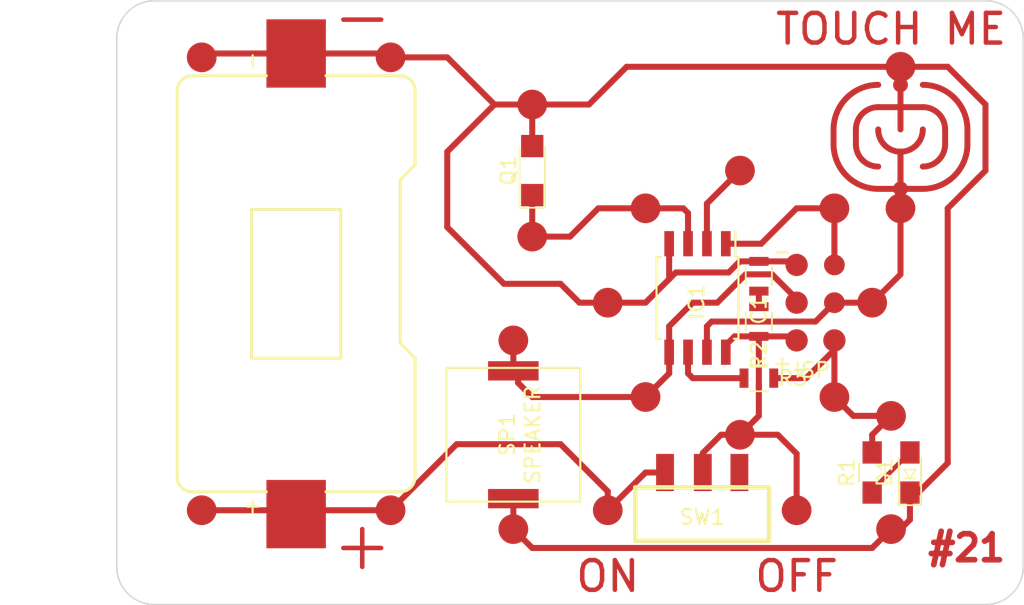
<source format=kicad_pcb>
(kicad_pcb (version 4) (host pcbnew 4.0.2+dfsg1-stable)

  (general
    (links 46)
    (no_connects 3)
    (area 127.838999 58.877999 188.899001 99.618001)
    (thickness 1.6)
    (drawings 20)
    (tracks 134)
    (zones 0)
    (modules 34)
    (nets 12)
  )

  (page USLetter)
  (layers
    (0 F.Cu signal)
    (31 B.Cu signal)
    (32 B.Adhes user)
    (33 F.Adhes user)
    (34 B.Paste user)
    (35 F.Paste user)
    (36 B.SilkS user)
    (37 F.SilkS user)
    (38 B.Mask user)
    (39 F.Mask user)
    (40 Dwgs.User user)
    (41 Cmts.User user)
    (42 Eco1.User user)
    (43 Eco2.User user)
    (44 Edge.Cuts user)
    (45 Margin user)
    (46 B.CrtYd user)
    (47 F.CrtYd user)
    (48 B.Fab user)
    (49 F.Fab user)
  )

  (setup
    (last_trace_width 0.25)
    (user_trace_width 0.254)
    (user_trace_width 0.3048)
    (user_trace_width 0.3556)
    (user_trace_width 0.4064)
    (user_trace_width 0.6096)
    (trace_clearance 0.2)
    (zone_clearance 0.508)
    (zone_45_only no)
    (trace_min 0.2)
    (segment_width 0.2)
    (edge_width 0.1)
    (via_size 0.6)
    (via_drill 0.4)
    (via_min_size 0.4)
    (via_min_drill 0.3)
    (uvia_size 0.3)
    (uvia_drill 0.1)
    (uvias_allowed no)
    (uvia_min_size 0.2)
    (uvia_min_drill 0.1)
    (pcb_text_width 0.3)
    (pcb_text_size 1.27 1.27)
    (mod_edge_width 0.15)
    (mod_text_size 1.016 1.016)
    (mod_text_width 0.127)
    (pad_size 1.5 1.5)
    (pad_drill 0)
    (pad_to_mask_clearance 0)
    (aux_axis_origin 111.76 109.855)
    (grid_origin 0.889 0.508)
    (visible_elements 7FFFFFFF)
    (pcbplotparams
      (layerselection 0x010a0_00000001)
      (usegerberextensions true)
      (excludeedgelayer true)
      (linewidth 0.100000)
      (plotframeref false)
      (viasonmask false)
      (mode 1)
      (useauxorigin false)
      (hpglpennumber 1)
      (hpglpenspeed 20)
      (hpglpendiameter 15)
      (hpglpenoverlay 2)
      (psnegative false)
      (psa4output false)
      (plotreference true)
      (plotvalue true)
      (plotinvisibletext false)
      (padsonsilk false)
      (subtractmaskfromsilk false)
      (outputformat 1)
      (mirror false)
      (drillshape 0)
      (scaleselection 1)
      (outputdirectory gerbers/))
  )

  (net 0 "")
  (net 1 GND)
  (net 2 +BATT)
  (net 3 /RST)
  (net 4 /D3)
  (net 5 /D4)
  (net 6 "Net-(D1-Pad2)")
  (net 7 /D1)
  (net 8 /D2)
  (net 9 /D0)
  (net 10 "Net-(BT1-Pad1)")
  (net 11 "Net-(SW1-Pad3)")

  (net_class Default "This is the default net class."
    (clearance 0.2)
    (trace_width 0.25)
    (via_dia 0.6)
    (via_drill 0.4)
    (uvia_dia 0.3)
    (uvia_drill 0.1)
    (add_net +BATT)
    (add_net /D0)
    (add_net /D1)
    (add_net /D2)
    (add_net /D3)
    (add_net /D4)
    (add_net /RST)
    (add_net GND)
    (add_net "Net-(BT1-Pad1)")
    (add_net "Net-(D1-Pad2)")
    (add_net "Net-(SW1-Pad3)")
  )

  (module footprints:SPST_SMD (layer F.Cu) (tedit 5C93C1B7) (tstamp 5C9D2EB1)
    (at 167.259 90.678)
    (descr "Through hole pin header")
    (tags "pin header")
    (path /5C9D935E)
    (fp_text reference SW1 (at 0 3) (layer F.SilkS)
      (effects (font (size 1 1) (thickness 0.15)))
    )
    (fp_text value SW_SPDT (at 0.1 0) (layer F.Fab)
      (effects (font (size 1 1) (thickness 0.15)))
    )
    (fp_line (start -4.5 4.6) (end 4.5 4.6) (layer F.SilkS) (width 0.3048))
    (fp_line (start 4.5 1) (end 4.5 4.6) (layer F.SilkS) (width 0.3048))
    (fp_line (start -4.5 1) (end -4.5 4.6) (layer F.SilkS) (width 0.3048))
    (fp_line (start -4.5 1) (end 4.5 1) (layer F.SilkS) (width 0.3048))
    (fp_text user JS102011SAQN (at 0 1.7) (layer F.Fab)
      (effects (font (size 0.8 0.8) (thickness 0.1)))
    )
    (pad "" np_thru_hole circle (at 3.4 2.75) (size 0.9 0.9) (drill 0.9) (layers *.Cu *.Mask))
    (pad 1 smd rect (at -2.5 0) (size 1.2 2.5) (layers F.Cu F.Paste F.Mask)
      (net 10 "Net-(BT1-Pad1)"))
    (pad 2 smd rect (at 0.04 0) (size 1.2 2.5) (layers F.Cu F.Paste F.Mask)
      (net 2 +BATT))
    (pad 3 smd rect (at 2.5 0) (size 1.2 2.5) (layers F.Cu F.Paste F.Mask)
      (net 11 "Net-(SW1-Pad3)"))
    (pad "" np_thru_hole circle (at -3.4 2.75) (size 0.9 0.9) (drill 0.9) (layers *.Cu *.Mask))
  )

  (module footprints:SewPad (layer F.Cu) (tedit 5C9A7292) (tstamp 5C9D2EF9)
    (at 133.604 93.218)
    (descr "Through hole angled pin header, 1x01, 1.00mm pitch, 2.0mm pin length, single row")
    (tags "Through hole angled pin header THT 1x01 1.00mm single row")
    (path /5C9A7C13)
    (fp_text reference JB1 (at 0 -0.25) (layer F.SilkS) hide
      (effects (font (size 0.5 0.5) (thickness 0.125)))
    )
    (fp_text value PAD (at 0 0.5) (layer F.Fab)
      (effects (font (size 0.6 0.6) (thickness 0.15)))
    )
    (pad 1 smd circle (at 0 0) (size 2 2) (layers F.Cu F.Mask)
      (net 10 "Net-(BT1-Pad1)"))
    (model ${KISYS3DMOD}/Pin_Headers.3dshapes/Pin_Header_Angled_1x01_Pitch1.00mm.wrl
      (at (xyz 0 0 0))
      (scale (xyz 1 1 1))
      (rotate (xyz 0 0 0))
    )
  )

  (module myFootPrints:SW_SMD_TOUCH (layer F.Cu) (tedit 5C9BABF6) (tstamp 5A94E024)
    (at 180.594 69.088)
    (path /5A7D01B3)
    (fp_text reference J1 (at 0.127 4.572) (layer F.SilkS) hide
      (effects (font (size 1.016 1.016) (thickness 0.2032)))
    )
    (fp_text value TOUCH (at 0.254 -4.572) (layer F.SilkS) hide
      (effects (font (size 1.016 1.016) (thickness 0.254)))
    )
    (fp_line (start 0 -1.5) (end 0 -4.5) (layer F.Cu) (width 0.4))
    (fp_line (start 0 2.5) (end 0 0) (layer F.Cu) (width 0.4))
    (fp_line (start -1.5 2.5) (end 1.5 2.5) (layer F.Cu) (width 0.4))
    (fp_line (start -4.5 -0.5) (end -4.5 -1.5) (layer F.Cu) (width 0.4))
    (fp_line (start 4.5 -0.5) (end 4.5 -1.5) (layer F.Cu) (width 0.4))
    (fp_arc (start -1.5 -1.5) (end -4.5 -1.5) (angle 90) (layer F.Cu) (width 0.4))
    (fp_arc (start -1.5 -0.5) (end -1.5 2.5) (angle 90) (layer F.Cu) (width 0.4))
    (fp_arc (start 1.5 -1.5) (end 1.5 -4.5) (angle 90) (layer F.Cu) (width 0.4))
    (fp_arc (start 1.5 -0.5) (end 4.5 -0.5) (angle 90) (layer F.Cu) (width 0.4))
    (fp_line (start 3 -1.5) (end 3 -0.5) (layer F.Cu) (width 0.4))
    (fp_line (start -3 -1.5) (end -3 -0.5) (layer F.Cu) (width 0.4))
    (fp_arc (start -1.5 -0.5) (end -1.5 1) (angle 90) (layer F.Cu) (width 0.4))
    (fp_arc (start 1.5 -0.5) (end 3 -0.5) (angle 90) (layer F.Cu) (width 0.4))
    (fp_line (start -1.5 -3) (end 1.5 -3) (layer F.Cu) (width 0.4))
    (fp_arc (start 0 -1.5) (end 0 0) (angle 90) (layer F.Cu) (width 0.4))
    (fp_arc (start 0 -1.5) (end 1.5 -1.5) (angle 90) (layer F.Cu) (width 0.4))
    (fp_arc (start 1.5 -1.5) (end 1.5 -3) (angle 90) (layer F.Cu) (width 0.4))
    (fp_arc (start -1.5 -1.5) (end -3 -1.5) (angle 90) (layer F.Cu) (width 0.4))
    (pad 2 smd circle (at 0 2.5) (size 1 1) (layers F.Cu)
      (net 8 /D2))
    (pad 1 smd circle (at 0 -4.5) (size 1 1) (layers F.Cu)
      (net 1 GND))
  )

  (module footprints:SewPad (layer F.Cu) (tedit 5C9A7292) (tstamp 5C9A863A)
    (at 146.304 93.218)
    (descr "Through hole angled pin header, 1x01, 1.00mm pitch, 2.0mm pin length, single row")
    (tags "Through hole angled pin header THT 1x01 1.00mm single row")
    (path /5C9A7C13)
    (fp_text reference JB1 (at 0 -0.25) (layer F.SilkS) hide
      (effects (font (size 0.5 0.5) (thickness 0.125)))
    )
    (fp_text value PAD (at 0 0.5) (layer F.Fab)
      (effects (font (size 0.6 0.6) (thickness 0.15)))
    )
    (pad 1 smd circle (at 0 0) (size 2 2) (layers F.Cu F.Mask)
      (net 10 "Net-(BT1-Pad1)"))
    (model ${KISYS3DMOD}/Pin_Headers.3dshapes/Pin_Header_Angled_1x01_Pitch1.00mm.wrl
      (at (xyz 0 0 0))
      (scale (xyz 1 1 1))
      (rotate (xyz 0 0 0))
    )
  )

  (module footprints:SewPad (layer F.Cu) (tedit 5C9A7292) (tstamp 5C9A860B)
    (at 133.604 62.738)
    (descr "Through hole angled pin header, 1x01, 1.00mm pitch, 2.0mm pin length, single row")
    (tags "Through hole angled pin header THT 1x01 1.00mm single row")
    (path /5C9A7CEA)
    (fp_text reference JB2 (at 0 -0.25) (layer F.SilkS) hide
      (effects (font (size 0.5 0.5) (thickness 0.125)))
    )
    (fp_text value PAD (at 0 0.5) (layer F.Fab)
      (effects (font (size 0.6 0.6) (thickness 0.15)))
    )
    (pad 1 smd circle (at 0 0) (size 2 2) (layers F.Cu F.Mask)
      (net 1 GND))
    (model ${KISYS3DMOD}/Pin_Headers.3dshapes/Pin_Header_Angled_1x01_Pitch1.00mm.wrl
      (at (xyz 0 0 0))
      (scale (xyz 1 1 1))
      (rotate (xyz 0 0 0))
    )
  )

  (module footprints:Pin_Header_Straight_2x03_Pitch2.54mm (layer F.Cu) (tedit 5C9B8E35) (tstamp 5A7BED43)
    (at 176.149 81.788 180)
    (descr "Through hole straight pin header, 2x03, 2.54mm pitch, double rows")
    (tags "Through hole pin header THT 2x03 2.54mm double row")
    (path /561A9A26)
    (fp_text reference CON1 (at 1.2 2.5 270) (layer F.SilkS) hide
      (effects (font (size 1 1) (thickness 0.15)))
    )
    (fp_text value ISP (at 1.5 -2 180) (layer F.SilkS)
      (effects (font (size 1 1) (thickness 0.15)))
    )
    (fp_text user - (at 3.5 6 180) (layer F.SilkS)
      (effects (font (size 1 1) (thickness 0.15)))
    )
    (fp_text user + (at 3.5 -1.5 180) (layer F.SilkS)
      (effects (font (size 1 1) (thickness 0.15)))
    )
    (fp_line (start 0 -1.27) (end 3.81 -1.27) (layer F.Fab) (width 0.1))
    (fp_line (start 3.81 -1.27) (end 3.81 6.35) (layer F.Fab) (width 0.1))
    (fp_line (start 3.81 6.35) (end -1.27 6.35) (layer F.Fab) (width 0.1))
    (fp_line (start -1.27 6.35) (end -1.27 0) (layer F.Fab) (width 0.1))
    (fp_line (start -1.27 0) (end 0 -1.27) (layer F.Fab) (width 0.1))
    (fp_line (start -1.8 -1.8) (end -1.8 6.85) (layer F.CrtYd) (width 0.05))
    (fp_line (start -1.8 6.85) (end 4.35 6.85) (layer F.CrtYd) (width 0.05))
    (fp_line (start 4.35 6.85) (end 4.35 -1.8) (layer F.CrtYd) (width 0.05))
    (fp_line (start 4.35 -1.8) (end -1.8 -1.8) (layer F.CrtYd) (width 0.05))
    (fp_text user %R (at 1.27 2.54 270) (layer F.Fab)
      (effects (font (size 1 1) (thickness 0.15)))
    )
    (pad 1 smd circle (at 0 0 180) (size 1.5 1.5) (layers F.Cu)
      (net 7 /D1))
    (pad 2 smd oval (at 2.54 0 180) (size 1.5 1.5) (layers F.Cu)
      (net 2 +BATT))
    (pad 3 smd circle (at 0 2.54 180) (size 1.4 1.4) (layers F.Cu)
      (net 8 /D2))
    (pad 4 smd oval (at 2.54 2.54 180) (size 1.5 1.5) (layers F.Cu)
      (net 9 /D0))
    (pad 5 smd circle (at 0 5.08 180) (size 1.4 1.4) (layers F.Cu)
      (net 3 /RST))
    (pad 6 smd circle (at 2.54 5.08 180) (size 1.5 1.5) (layers F.Cu)
      (net 1 GND))
  )

  (module Resistors_SMD:R_0805 (layer F.Cu) (tedit 5C9A81B7) (tstamp 5C9A81AC)
    (at 171.069 77.47 270)
    (descr "Resistor SMD 0805, reflow soldering, Vishay (see dcrcw.pdf)")
    (tags "resistor 0805")
    (path /553FDF53)
    (attr smd)
    (fp_text reference C1 (at 2.286 0 270) (layer F.SilkS)
      (effects (font (size 1 1) (thickness 0.15)))
    )
    (fp_text value "0.1 uF" (at 0 1.75 270) (layer F.Fab)
      (effects (font (size 1 1) (thickness 0.15)))
    )
    (fp_text user %R (at 0 0 270) (layer F.Fab)
      (effects (font (size 0.5 0.5) (thickness 0.075)))
    )
    (fp_line (start -1 0.62) (end -1 -0.62) (layer F.Fab) (width 0.1))
    (fp_line (start 1 0.62) (end -1 0.62) (layer F.Fab) (width 0.1))
    (fp_line (start 1 -0.62) (end 1 0.62) (layer F.Fab) (width 0.1))
    (fp_line (start -1 -0.62) (end 1 -0.62) (layer F.Fab) (width 0.1))
    (fp_line (start 0.6 0.88) (end -0.6 0.88) (layer F.SilkS) (width 0.12))
    (fp_line (start -0.6 -0.88) (end 0.6 -0.88) (layer F.SilkS) (width 0.12))
    (fp_line (start -1.55 -0.9) (end 1.55 -0.9) (layer F.CrtYd) (width 0.05))
    (fp_line (start -1.55 -0.9) (end -1.55 0.9) (layer F.CrtYd) (width 0.05))
    (fp_line (start 1.55 0.9) (end 1.55 -0.9) (layer F.CrtYd) (width 0.05))
    (fp_line (start 1.55 0.9) (end -1.55 0.9) (layer F.CrtYd) (width 0.05))
    (pad 1 smd rect (at -1 0 270) (size 0.6 1.3) (layers F.Cu F.Paste F.Mask)
      (net 1 GND))
    (pad 2 smd rect (at 1 0 270) (size 0.6 1.3) (layers F.Cu F.Paste F.Mask)
      (net 2 +BATT))
    (model ${KISYS3DMOD}/Resistors_SMD.3dshapes/R_0805.wrl
      (at (xyz 0 0 0))
      (scale (xyz 1 1 1))
      (rotate (xyz 0 0 0))
    )
  )

  (module Resistors_SMD:R_0805 (layer F.Cu) (tedit 5C99664C) (tstamp 5C9A7BCD)
    (at 171.069 80.518 270)
    (descr "Resistor SMD 0805, reflow soldering, Vishay (see dcrcw.pdf)")
    (tags "resistor 0805")
    (path /5C9B9776)
    (attr smd)
    (fp_text reference R2 (at 2.286 0 270) (layer F.SilkS)
      (effects (font (size 1 1) (thickness 0.15)))
    )
    (fp_text value 0 (at 0 1.75 270) (layer F.Fab)
      (effects (font (size 1 1) (thickness 0.15)))
    )
    (fp_text user %R (at 0 0 270) (layer F.Fab)
      (effects (font (size 0.5 0.5) (thickness 0.075)))
    )
    (fp_line (start -1 0.62) (end -1 -0.62) (layer F.Fab) (width 0.1))
    (fp_line (start 1 0.62) (end -1 0.62) (layer F.Fab) (width 0.1))
    (fp_line (start 1 -0.62) (end 1 0.62) (layer F.Fab) (width 0.1))
    (fp_line (start -1 -0.62) (end 1 -0.62) (layer F.Fab) (width 0.1))
    (fp_line (start 0.6 0.88) (end -0.6 0.88) (layer F.SilkS) (width 0.12))
    (fp_line (start -0.6 -0.88) (end 0.6 -0.88) (layer F.SilkS) (width 0.12))
    (fp_line (start -1.55 -0.9) (end 1.55 -0.9) (layer F.CrtYd) (width 0.05))
    (fp_line (start -1.55 -0.9) (end -1.55 0.9) (layer F.CrtYd) (width 0.05))
    (fp_line (start 1.55 0.9) (end 1.55 -0.9) (layer F.CrtYd) (width 0.05))
    (fp_line (start 1.55 0.9) (end -1.55 0.9) (layer F.CrtYd) (width 0.05))
    (pad 1 smd rect (at -1 0 270) (size 0.6 1.3) (layers F.Cu F.Paste F.Mask)
      (net 2 +BATT))
    (pad 2 smd rect (at 1 0 270) (size 0.6 1.3) (layers F.Cu F.Paste F.Mask)
      (net 2 +BATT))
    (model ${KISYS3DMOD}/Resistors_SMD.3dshapes/R_0805.wrl
      (at (xyz 0 0 0))
      (scale (xyz 1 1 1))
      (rotate (xyz 0 0 0))
    )
  )

  (module Resistors_SMD:R_0805 (layer F.Cu) (tedit 5C9B897D) (tstamp 5C8A8B15)
    (at 171.069 84.328)
    (descr "Resistor SMD 0805, reflow soldering, Vishay (see dcrcw.pdf)")
    (tags "resistor 0805")
    (path /5C8A8E71)
    (attr smd)
    (fp_text reference R3 (at 2.286 0) (layer F.SilkS)
      (effects (font (size 1 1) (thickness 0.15)))
    )
    (fp_text value 0 (at 0 1.75) (layer F.Fab)
      (effects (font (size 1 1) (thickness 0.15)))
    )
    (fp_text user %R (at 0 0) (layer F.Fab)
      (effects (font (size 0.5 0.5) (thickness 0.075)))
    )
    (fp_line (start -1 0.62) (end -1 -0.62) (layer F.Fab) (width 0.1))
    (fp_line (start 1 0.62) (end -1 0.62) (layer F.Fab) (width 0.1))
    (fp_line (start 1 -0.62) (end 1 0.62) (layer F.Fab) (width 0.1))
    (fp_line (start -1 -0.62) (end 1 -0.62) (layer F.Fab) (width 0.1))
    (fp_line (start 0.6 0.88) (end -0.6 0.88) (layer F.SilkS) (width 0.12))
    (fp_line (start -0.6 -0.88) (end 0.6 -0.88) (layer F.SilkS) (width 0.12))
    (fp_line (start -1.55 -0.9) (end 1.55 -0.9) (layer F.CrtYd) (width 0.05))
    (fp_line (start -1.55 -0.9) (end -1.55 0.9) (layer F.CrtYd) (width 0.05))
    (fp_line (start 1.55 0.9) (end 1.55 -0.9) (layer F.CrtYd) (width 0.05))
    (fp_line (start 1.55 0.9) (end -1.55 0.9) (layer F.CrtYd) (width 0.05))
    (pad 1 smd rect (at -1 0) (size 0.6 1.3) (layers F.Cu F.Paste F.Mask)
      (net 7 /D1))
    (pad 2 smd rect (at 1 0) (size 0.6 1.3) (layers F.Cu F.Paste F.Mask)
      (net 7 /D1))
    (model ${KISYS3DMOD}/Resistors_SMD.3dshapes/R_0805.wrl
      (at (xyz 0 0 0))
      (scale (xyz 1 1 1))
      (rotate (xyz 0 0 0))
    )
  )

  (module BATT_BA2032SM (layer F.Cu) (tedit 5C9A887A) (tstamp 5A83A7E3)
    (at 139.954 77.978 90)
    (tags battery)
    (path /553F9619)
    (fp_text reference BT1 (at 0 5 90) (layer F.SilkS) hide
      (effects (font (size 1.72974 1.08712) (thickness 0.27178)))
    )
    (fp_text value Battery (at 0 -5 90) (layer F.SilkS) hide
      (effects (font (size 1.524 1.016) (thickness 0.254)))
    )
    (fp_line (start 4 3) (end 5 3) (layer F.SilkS) (width 0.2))
    (fp_line (start 5 3) (end 5 -3) (layer F.SilkS) (width 0.2))
    (fp_line (start 5 -3) (end 4 -3) (layer F.SilkS) (width 0.2))
    (fp_line (start 0 -3) (end -5 -3) (layer F.SilkS) (width 0.2))
    (fp_line (start -5 -3) (end -5 3) (layer F.SilkS) (width 0.2))
    (fp_line (start -5 3) (end 4 3) (layer F.SilkS) (width 0.2))
    (fp_line (start 4 -3) (end 0 -3) (layer F.SilkS) (width 0.2))
    (fp_circle (center 0 0) (end 0 -10) (layer F.CrtYd) (width 0.2))
    (fp_text user - (at 15 -3 90) (layer F.SilkS)
      (effects (font (size 1 1) (thickness 0.15)))
    )
    (fp_text user + (at -15 -3 90) (layer F.SilkS)
      (effects (font (size 1 1) (thickness 0.15)))
    )
    (fp_line (start -5 8) (end -13 8) (layer F.SilkS) (width 0.2))
    (fp_line (start 8 8) (end 13 8) (layer F.SilkS) (width 0.2))
    (fp_line (start -5 8) (end -4 7) (layer F.SilkS) (width 0.2))
    (fp_line (start -4 7) (end 7 7) (layer F.SilkS) (width 0.2))
    (fp_line (start 7 7) (end 8 8) (layer F.SilkS) (width 0.2))
    (fp_line (start -14 2) (end -14 7) (layer F.SilkS) (width 0.2))
    (fp_line (start 14 2) (end 14 7) (layer F.SilkS) (width 0.2))
    (fp_line (start -13 -8) (end 13 -8) (layer F.SilkS) (width 0.2))
    (fp_line (start -14 -2) (end -14 -7) (layer F.SilkS) (width 0.2))
    (fp_arc (start 13 -7) (end 13 -8) (angle 90) (layer F.SilkS) (width 0.2))
    (fp_arc (start 13 7) (end 14 7) (angle 90) (layer F.SilkS) (width 0.2))
    (fp_arc (start -13 7) (end -13 8) (angle 90) (layer F.SilkS) (width 0.2))
    (fp_arc (start -13 -7) (end -14 -7) (angle 90) (layer F.SilkS) (width 0.2))
    (fp_line (start 14 -2) (end 14 -7) (layer F.SilkS) (width 0.2))
    (pad 1 smd rect (at -15.5 0 90) (size 4.6 4) (layers F.Cu F.Paste F.Mask)
      (net 10 "Net-(BT1-Pad1)"))
    (pad 2 smd rect (at 15.5 0 90) (size 4.6 4) (layers F.Cu F.Paste F.Mask)
      (net 1 GND))
  )

  (module LEDs:LED_0805_HandSoldering (layer F.Cu) (tedit 5A9E0B35) (tstamp 5A94E010)
    (at 181.229 90.678 90)
    (descr "Resistor SMD 0805, hand soldering")
    (tags "resistor 0805")
    (path /561BE7BF)
    (attr smd)
    (fp_text reference D1 (at 0 -1.7 90) (layer F.SilkS)
      (effects (font (size 1 1) (thickness 0.15)))
    )
    (fp_text value LED (at 0 1.75 90) (layer F.Fab)
      (effects (font (size 1 1) (thickness 0.15)))
    )
    (fp_line (start -0.4 -0.4) (end -0.4 0.4) (layer F.SilkS) (width 0.1))
    (fp_line (start -0.4 0) (end 0.2 -0.4) (layer F.SilkS) (width 0.1))
    (fp_line (start 0.2 0.4) (end -0.4 0) (layer F.SilkS) (width 0.1))
    (fp_line (start 0.2 -0.4) (end 0.2 0.4) (layer F.SilkS) (width 0.1))
    (fp_line (start -1 0.62) (end -1 -0.62) (layer F.Fab) (width 0.1))
    (fp_line (start 1 0.62) (end -1 0.62) (layer F.Fab) (width 0.1))
    (fp_line (start 1 -0.62) (end 1 0.62) (layer F.Fab) (width 0.1))
    (fp_line (start -1 -0.62) (end 1 -0.62) (layer F.Fab) (width 0.1))
    (fp_line (start 1 0.75) (end -2.2 0.75) (layer F.SilkS) (width 0.12))
    (fp_line (start -2.2 -0.75) (end 1 -0.75) (layer F.SilkS) (width 0.12))
    (fp_line (start -2.35 -0.9) (end 2.35 -0.9) (layer F.CrtYd) (width 0.05))
    (fp_line (start -2.35 -0.9) (end -2.35 0.9) (layer F.CrtYd) (width 0.05))
    (fp_line (start 2.35 0.9) (end 2.35 -0.9) (layer F.CrtYd) (width 0.05))
    (fp_line (start 2.35 0.9) (end -2.35 0.9) (layer F.CrtYd) (width 0.05))
    (fp_line (start -2.2 -0.75) (end -2.2 0.75) (layer F.SilkS) (width 0.12))
    (pad 1 smd rect (at -1.35 0 90) (size 1.5 1.3) (layers F.Cu F.Paste F.Mask)
      (net 1 GND))
    (pad 2 smd rect (at 1.35 0 90) (size 1.5 1.3) (layers F.Cu F.Paste F.Mask)
      (net 6 "Net-(D1-Pad2)"))
    (model ${KISYS3DMOD}/LEDs.3dshapes/LED_0805.wrl
      (at (xyz 0 0 0))
      (scale (xyz 1 1 1))
      (rotate (xyz 0 0 0))
    )
  )

  (module footprints:SOIJ-8_5.3x5.3mm_Pitch1.27mm (layer F.Cu) (tedit 5A94E6CD) (tstamp 5A94DD7A)
    (at 166.9415 78.9305 270)
    (descr "8-Lead Plastic Small Outline (SM) - Medium, 5.28 mm Body [SOIC] (see Microchip Packaging Specification 00000049BS.pdf)")
    (tags "SOIC 1.27")
    (path /553EFD0A)
    (attr smd)
    (fp_text reference IC1 (at 0.265 0.06 270) (layer F.SilkS)
      (effects (font (size 1 1) (thickness 0.15)))
    )
    (fp_text value ATTINY85 (at 0 3.68 270) (layer F.Fab)
      (effects (font (size 1 1) (thickness 0.15)))
    )
    (fp_text user %R (at 0 0 270) (layer F.Fab)
      (effects (font (size 1 1) (thickness 0.15)))
    )
    (fp_line (start -1.65 -2.65) (end 2.65 -2.65) (layer F.Fab) (width 0.15))
    (fp_line (start 2.65 -2.65) (end 2.65 2.65) (layer F.Fab) (width 0.15))
    (fp_line (start 2.65 2.65) (end -2.65 2.65) (layer F.Fab) (width 0.15))
    (fp_line (start -2.65 2.65) (end -2.65 -1.65) (layer F.Fab) (width 0.15))
    (fp_line (start -2.65 -1.65) (end -1.65 -2.65) (layer F.Fab) (width 0.15))
    (fp_line (start -4.75 -2.95) (end -4.75 2.95) (layer F.CrtYd) (width 0.05))
    (fp_line (start 4.75 -2.95) (end 4.75 2.95) (layer F.CrtYd) (width 0.05))
    (fp_line (start -4.75 -2.95) (end 4.75 -2.95) (layer F.CrtYd) (width 0.05))
    (fp_line (start -4.75 2.95) (end 4.75 2.95) (layer F.CrtYd) (width 0.05))
    (fp_line (start -2.75 -2.755) (end -2.75 -2.55) (layer F.SilkS) (width 0.15))
    (fp_line (start 2.75 -2.755) (end 2.75 -2.455) (layer F.SilkS) (width 0.15))
    (fp_line (start 2.75 2.755) (end 2.75 2.455) (layer F.SilkS) (width 0.15))
    (fp_line (start -2.75 2.755) (end -2.75 2.455) (layer F.SilkS) (width 0.15))
    (fp_line (start -2.75 -2.755) (end 2.75 -2.755) (layer F.SilkS) (width 0.15))
    (fp_line (start -2.75 2.755) (end 2.75 2.755) (layer F.SilkS) (width 0.15))
    (fp_line (start -2.75 -2.55) (end -4.5 -2.55) (layer F.SilkS) (width 0.15))
    (pad 1 smd rect (at -3.65 -1.905 270) (size 1.7 0.65) (layers F.Cu F.Paste F.Mask)
      (net 3 /RST))
    (pad 2 smd rect (at -3.65 -0.635 270) (size 1.7 0.65) (layers F.Cu F.Paste F.Mask)
      (net 4 /D3))
    (pad 3 smd rect (at -3.65 0.635 270) (size 1.7 0.65) (layers F.Cu F.Paste F.Mask)
      (net 5 /D4))
    (pad 4 smd rect (at -3.65 1.905 270) (size 1.7 0.65) (layers F.Cu F.Paste F.Mask)
      (net 1 GND))
    (pad 5 smd rect (at 3.65 1.905 270) (size 1.7 0.65) (layers F.Cu F.Paste F.Mask)
      (net 9 /D0))
    (pad 6 smd rect (at 3.65 0.635 270) (size 1.7 0.65) (layers F.Cu F.Paste F.Mask)
      (net 7 /D1))
    (pad 7 smd rect (at 3.65 -0.635 270) (size 1.7 0.65) (layers F.Cu F.Paste F.Mask)
      (net 8 /D2))
    (pad 8 smd rect (at 3.65 -1.905 270) (size 1.7 0.65) (layers F.Cu F.Paste F.Mask)
      (net 2 +BATT))
    (model ${KISYS3DMOD}/Housings_SOIC.3dshapes/SOIJ-8_5.3x5.3mm_Pitch1.27mm.wrl
      (at (xyz 0 0 0))
      (scale (xyz 1 1 1))
      (rotate (xyz 0 0 0))
    )
  )

  (module Resistors_SMD:R_0805_HandSoldering (layer F.Cu) (tedit 58E0A804) (tstamp 5A94E034)
    (at 178.689 90.678 90)
    (descr "Resistor SMD 0805, hand soldering")
    (tags "resistor 0805")
    (path /561BE85C)
    (attr smd)
    (fp_text reference R1 (at 0 -1.7 90) (layer F.SilkS)
      (effects (font (size 1 1) (thickness 0.15)))
    )
    (fp_text value 330 (at 0 1.75 90) (layer F.Fab)
      (effects (font (size 1 1) (thickness 0.15)))
    )
    (fp_text user %R (at 0 0 90) (layer F.Fab)
      (effects (font (size 0.5 0.5) (thickness 0.075)))
    )
    (fp_line (start -1 0.62) (end -1 -0.62) (layer F.Fab) (width 0.1))
    (fp_line (start 1 0.62) (end -1 0.62) (layer F.Fab) (width 0.1))
    (fp_line (start 1 -0.62) (end 1 0.62) (layer F.Fab) (width 0.1))
    (fp_line (start -1 -0.62) (end 1 -0.62) (layer F.Fab) (width 0.1))
    (fp_line (start 0.6 0.88) (end -0.6 0.88) (layer F.SilkS) (width 0.12))
    (fp_line (start -0.6 -0.88) (end 0.6 -0.88) (layer F.SilkS) (width 0.12))
    (fp_line (start -2.35 -0.9) (end 2.35 -0.9) (layer F.CrtYd) (width 0.05))
    (fp_line (start -2.35 -0.9) (end -2.35 0.9) (layer F.CrtYd) (width 0.05))
    (fp_line (start 2.35 0.9) (end 2.35 -0.9) (layer F.CrtYd) (width 0.05))
    (fp_line (start 2.35 0.9) (end -2.35 0.9) (layer F.CrtYd) (width 0.05))
    (pad 1 smd rect (at -1.35 0 90) (size 1.5 1.3) (layers F.Cu F.Paste F.Mask)
      (net 6 "Net-(D1-Pad2)"))
    (pad 2 smd rect (at 1.35 0 90) (size 1.5 1.3) (layers F.Cu F.Paste F.Mask)
      (net 7 /D1))
    (model ${KISYS3DMOD}/Resistors_SMD.3dshapes/R_0805.wrl
      (at (xyz 0 0 0))
      (scale (xyz 1 1 1))
      (rotate (xyz 0 0 0))
    )
  )

  (module footprints:PS1240_piezo (layer F.Cu) (tedit 5A7D0A37) (tstamp 5C9A6FE2)
    (at 154.559 88.138 90)
    (descr "piezo speaker 12 mm")
    (tags "buzzer speaker piezo")
    (path /561A890F)
    (fp_text reference SP1 (at 0 -0.4 90) (layer F.SilkS)
      (effects (font (size 1 1) (thickness 0.15)))
    )
    (fp_text value SPEAKER (at 0 1.3 90) (layer F.SilkS)
      (effects (font (size 1 1) (thickness 0.15)))
    )
    (fp_line (start -4.5 -4.5) (end -4.5 4.5) (layer F.SilkS) (width 0.15))
    (fp_line (start -4.5 4.5) (end 4.5 4.5) (layer F.SilkS) (width 0.15))
    (fp_line (start 4.5 4.5) (end 4.5 -4.5) (layer F.SilkS) (width 0.15))
    (fp_line (start 4.5 -4.5) (end -4.5 -4.5) (layer F.SilkS) (width 0.15))
    (pad 1 smd rect (at -4.3 0 90) (size 1.3 3.4) (layers F.Cu F.Paste F.Mask)
      (net 1 GND))
    (pad 2 smd rect (at 4.3 0 90) (size 1.3 3.4) (layers F.Cu F.Paste F.Mask)
      (net 9 /D0))
  )

  (module footprints:SewPad (layer F.Cu) (tedit 5C9A7292) (tstamp 5C9A7448)
    (at 146.304 62.738)
    (descr "Through hole angled pin header, 1x01, 1.00mm pitch, 2.0mm pin length, single row")
    (tags "Through hole angled pin header THT 1x01 1.00mm single row")
    (path /5C9A7CEA)
    (fp_text reference JB2 (at 0 -0.25) (layer F.SilkS) hide
      (effects (font (size 0.5 0.5) (thickness 0.125)))
    )
    (fp_text value PAD (at 0 0.5) (layer F.Fab)
      (effects (font (size 0.6 0.6) (thickness 0.15)))
    )
    (pad 1 smd circle (at 0 0) (size 2 2) (layers F.Cu F.Mask)
      (net 1 GND))
    (model ${KISYS3DMOD}/Pin_Headers.3dshapes/Pin_Header_Angled_1x01_Pitch1.00mm.wrl
      (at (xyz 0 0 0))
      (scale (xyz 1 1 1))
      (rotate (xyz 0 0 0))
    )
  )

  (module footprints:SewPad (layer F.Cu) (tedit 5C9A7292) (tstamp 5C9A744D)
    (at 179.959 86.868 90)
    (descr "Through hole angled pin header, 1x01, 1.00mm pitch, 2.0mm pin length, single row")
    (tags "Through hole angled pin header THT 1x01 1.00mm single row")
    (path /5C9A7290)
    (fp_text reference JL1 (at 0 -0.25 90) (layer F.SilkS) hide
      (effects (font (size 0.5 0.5) (thickness 0.125)))
    )
    (fp_text value PAD (at 0 0.5 90) (layer F.Fab)
      (effects (font (size 0.6 0.6) (thickness 0.15)))
    )
    (pad 1 smd circle (at 0 0 90) (size 2 2) (layers F.Cu F.Mask)
      (net 7 /D1))
    (model ${KISYS3DMOD}/Pin_Headers.3dshapes/Pin_Header_Angled_1x01_Pitch1.00mm.wrl
      (at (xyz 0 0 0))
      (scale (xyz 1 1 1))
      (rotate (xyz 0 0 0))
    )
  )

  (module footprints:SewPad (layer F.Cu) (tedit 5C9A7292) (tstamp 5C9A7452)
    (at 179.959 94.488 90)
    (descr "Through hole angled pin header, 1x01, 1.00mm pitch, 2.0mm pin length, single row")
    (tags "Through hole angled pin header THT 1x01 1.00mm single row")
    (path /5C9A7595)
    (fp_text reference JL2 (at 0 -0.25 90) (layer F.SilkS) hide
      (effects (font (size 0.5 0.5) (thickness 0.125)))
    )
    (fp_text value PAD (at 0 0.5 90) (layer F.Fab)
      (effects (font (size 0.6 0.6) (thickness 0.15)))
    )
    (pad 1 smd circle (at 0 0 90) (size 2 2) (layers F.Cu F.Mask)
      (net 1 GND))
    (model ${KISYS3DMOD}/Pin_Headers.3dshapes/Pin_Header_Angled_1x01_Pitch1.00mm.wrl
      (at (xyz 0 0 0))
      (scale (xyz 1 1 1))
      (rotate (xyz 0 0 0))
    )
  )

  (module footprints:SewPad (layer F.Cu) (tedit 5C9A7292) (tstamp 5C9A7457)
    (at 169.799 88.138)
    (descr "Through hole angled pin header, 1x01, 1.00mm pitch, 2.0mm pin length, single row")
    (tags "Through hole angled pin header THT 1x01 1.00mm single row")
    (path /5C9A827C)
    (fp_text reference JP1 (at 0 -0.25) (layer F.SilkS) hide
      (effects (font (size 0.5 0.5) (thickness 0.125)))
    )
    (fp_text value PAD (at 0 0.5) (layer F.Fab)
      (effects (font (size 0.6 0.6) (thickness 0.15)))
    )
    (pad 1 smd circle (at 0 0) (size 2 2) (layers F.Cu F.Mask)
      (net 2 +BATT))
    (model ${KISYS3DMOD}/Pin_Headers.3dshapes/Pin_Header_Angled_1x01_Pitch1.00mm.wrl
      (at (xyz 0 0 0))
      (scale (xyz 1 1 1))
      (rotate (xyz 0 0 0))
    )
  )

  (module footprints:SewPad (layer F.Cu) (tedit 5C9A7292) (tstamp 5C9A745C)
    (at 160.909 79.248)
    (descr "Through hole angled pin header, 1x01, 1.00mm pitch, 2.0mm pin length, single row")
    (tags "Through hole angled pin header THT 1x01 1.00mm single row")
    (path /5C9A863D)
    (fp_text reference JP2 (at 0 -0.25) (layer F.SilkS) hide
      (effects (font (size 0.5 0.5) (thickness 0.125)))
    )
    (fp_text value PAD (at 0 0.5) (layer F.Fab)
      (effects (font (size 0.6 0.6) (thickness 0.15)))
    )
    (pad 1 smd circle (at 0 0) (size 2 2) (layers F.Cu F.Mask)
      (net 1 GND))
    (model ${KISYS3DMOD}/Pin_Headers.3dshapes/Pin_Header_Angled_1x01_Pitch1.00mm.wrl
      (at (xyz 0 0 0))
      (scale (xyz 1 1 1))
      (rotate (xyz 0 0 0))
    )
  )

  (module footprints:SewPad (layer F.Cu) (tedit 5C9A7292) (tstamp 5C9A7461)
    (at 154.559 81.788 180)
    (descr "Through hole angled pin header, 1x01, 1.00mm pitch, 2.0mm pin length, single row")
    (tags "Through hole angled pin header THT 1x01 1.00mm single row")
    (path /5C9A7668)
    (fp_text reference JS1 (at 0 -0.25 180) (layer F.SilkS) hide
      (effects (font (size 0.5 0.5) (thickness 0.125)))
    )
    (fp_text value PAD (at 0 0.5 180) (layer F.Fab)
      (effects (font (size 0.6 0.6) (thickness 0.15)))
    )
    (pad 1 smd circle (at 0 0 180) (size 2 2) (layers F.Cu F.Mask)
      (net 9 /D0))
    (model ${KISYS3DMOD}/Pin_Headers.3dshapes/Pin_Header_Angled_1x01_Pitch1.00mm.wrl
      (at (xyz 0 0 0))
      (scale (xyz 1 1 1))
      (rotate (xyz 0 0 0))
    )
  )

  (module footprints:SewPad (layer F.Cu) (tedit 5C9A7292) (tstamp 5C9A7466)
    (at 154.559 94.488 180)
    (descr "Through hole angled pin header, 1x01, 1.00mm pitch, 2.0mm pin length, single row")
    (tags "Through hole angled pin header THT 1x01 1.00mm single row")
    (path /5C9A770B)
    (fp_text reference JS2 (at 0 -0.25 180) (layer F.SilkS) hide
      (effects (font (size 0.5 0.5) (thickness 0.125)))
    )
    (fp_text value PAD (at 0 0.5 180) (layer F.Fab)
      (effects (font (size 0.6 0.6) (thickness 0.15)))
    )
    (pad 1 smd circle (at 0 0 180) (size 2 2) (layers F.Cu F.Mask)
      (net 1 GND))
    (model ${KISYS3DMOD}/Pin_Headers.3dshapes/Pin_Header_Angled_1x01_Pitch1.00mm.wrl
      (at (xyz 0 0 0))
      (scale (xyz 1 1 1))
      (rotate (xyz 0 0 0))
    )
  )

  (module footprints:SewPad (layer F.Cu) (tedit 5C9A7292) (tstamp 5C9A746B)
    (at 180.594 72.898 90)
    (descr "Through hole angled pin header, 1x01, 1.00mm pitch, 2.0mm pin length, single row")
    (tags "Through hole angled pin header THT 1x01 1.00mm single row")
    (path /5C9A732F)
    (fp_text reference JT1 (at 0 -0.25 90) (layer F.SilkS) hide
      (effects (font (size 0.5 0.5) (thickness 0.125)))
    )
    (fp_text value PAD (at 0 0.5 90) (layer F.Fab)
      (effects (font (size 0.6 0.6) (thickness 0.15)))
    )
    (pad 1 smd circle (at 0 0 90) (size 2 2) (layers F.Cu F.Mask)
      (net 8 /D2))
    (model ${KISYS3DMOD}/Pin_Headers.3dshapes/Pin_Header_Angled_1x01_Pitch1.00mm.wrl
      (at (xyz 0 0 0))
      (scale (xyz 1 1 1))
      (rotate (xyz 0 0 0))
    )
  )

  (module footprints:SewPad (layer F.Cu) (tedit 5C9A7292) (tstamp 5C9A7470)
    (at 180.594 63.373 90)
    (descr "Through hole angled pin header, 1x01, 1.00mm pitch, 2.0mm pin length, single row")
    (tags "Through hole angled pin header THT 1x01 1.00mm single row")
    (path /5C9A75FC)
    (fp_text reference JT2 (at 0 -0.25 90) (layer F.SilkS) hide
      (effects (font (size 0.5 0.5) (thickness 0.125)))
    )
    (fp_text value PAD (at 0 0.5 90) (layer F.Fab)
      (effects (font (size 0.6 0.6) (thickness 0.15)))
    )
    (pad 1 smd circle (at 0 0 90) (size 2 2) (layers F.Cu F.Mask)
      (net 1 GND))
    (model ${KISYS3DMOD}/Pin_Headers.3dshapes/Pin_Header_Angled_1x01_Pitch1.00mm.wrl
      (at (xyz 0 0 0))
      (scale (xyz 1 1 1))
      (rotate (xyz 0 0 0))
    )
  )

  (module footprints:SewPad (layer F.Cu) (tedit 5C9A7292) (tstamp 5C9A7542)
    (at 163.449 85.598)
    (descr "Through hole angled pin header, 1x01, 1.00mm pitch, 2.0mm pin length, single row")
    (tags "Through hole angled pin header THT 1x01 1.00mm single row")
    (path /5C9A89D0)
    (fp_text reference JD0 (at 0 -0.25) (layer F.SilkS) hide
      (effects (font (size 0.5 0.5) (thickness 0.125)))
    )
    (fp_text value PAD (at 0 0.5) (layer F.Fab)
      (effects (font (size 0.6 0.6) (thickness 0.15)))
    )
    (pad 1 smd circle (at 0 0) (size 2 2) (layers F.Cu F.Mask)
      (net 9 /D0))
    (model ${KISYS3DMOD}/Pin_Headers.3dshapes/Pin_Header_Angled_1x01_Pitch1.00mm.wrl
      (at (xyz 0 0 0))
      (scale (xyz 1 1 1))
      (rotate (xyz 0 0 0))
    )
  )

  (module footprints:SewPad (layer F.Cu) (tedit 5C9A7292) (tstamp 5C9A7547)
    (at 176.149 85.598)
    (descr "Through hole angled pin header, 1x01, 1.00mm pitch, 2.0mm pin length, single row")
    (tags "Through hole angled pin header THT 1x01 1.00mm single row")
    (path /5C9A8A4D)
    (fp_text reference JD1 (at 0 -0.25) (layer F.SilkS) hide
      (effects (font (size 0.5 0.5) (thickness 0.125)))
    )
    (fp_text value PAD (at 0 0.5) (layer F.Fab)
      (effects (font (size 0.6 0.6) (thickness 0.15)))
    )
    (pad 1 smd circle (at 0 0) (size 2 2) (layers F.Cu F.Mask)
      (net 7 /D1))
    (model ${KISYS3DMOD}/Pin_Headers.3dshapes/Pin_Header_Angled_1x01_Pitch1.00mm.wrl
      (at (xyz 0 0 0))
      (scale (xyz 1 1 1))
      (rotate (xyz 0 0 0))
    )
  )

  (module footprints:SewPad (layer F.Cu) (tedit 5C9A7292) (tstamp 5C9A754C)
    (at 178.689 79.248)
    (descr "Through hole angled pin header, 1x01, 1.00mm pitch, 2.0mm pin length, single row")
    (tags "Through hole angled pin header THT 1x01 1.00mm single row")
    (path /5C9A8AC3)
    (fp_text reference JD2 (at 0 -0.25) (layer F.SilkS) hide
      (effects (font (size 0.5 0.5) (thickness 0.125)))
    )
    (fp_text value PAD (at 0 0.5) (layer F.Fab)
      (effects (font (size 0.6 0.6) (thickness 0.15)))
    )
    (pad 1 smd circle (at 0 0) (size 2 2) (layers F.Cu F.Mask)
      (net 8 /D2))
    (model ${KISYS3DMOD}/Pin_Headers.3dshapes/Pin_Header_Angled_1x01_Pitch1.00mm.wrl
      (at (xyz 0 0 0))
      (scale (xyz 1 1 1))
      (rotate (xyz 0 0 0))
    )
  )

  (module footprints:SewPad (layer F.Cu) (tedit 5C9A7292) (tstamp 5C9A7920)
    (at 169.799 70.358)
    (descr "Through hole angled pin header, 1x01, 1.00mm pitch, 2.0mm pin length, single row")
    (tags "Through hole angled pin header THT 1x01 1.00mm single row")
    (path /5C9A98B9)
    (fp_text reference JD3 (at 0 -0.25) (layer F.SilkS) hide
      (effects (font (size 0.5 0.5) (thickness 0.125)))
    )
    (fp_text value PAD (at 0 0.5) (layer F.Fab)
      (effects (font (size 0.6 0.6) (thickness 0.15)))
    )
    (pad 1 smd circle (at 0 0) (size 2 2) (layers F.Cu F.Mask)
      (net 4 /D3))
    (model ${KISYS3DMOD}/Pin_Headers.3dshapes/Pin_Header_Angled_1x01_Pitch1.00mm.wrl
      (at (xyz 0 0 0))
      (scale (xyz 1 1 1))
      (rotate (xyz 0 0 0))
    )
  )

  (module footprints:SewPad (layer F.Cu) (tedit 5C9A7292) (tstamp 5C9A7925)
    (at 163.449 72.898)
    (descr "Through hole angled pin header, 1x01, 1.00mm pitch, 2.0mm pin length, single row")
    (tags "Through hole angled pin header THT 1x01 1.00mm single row")
    (path /5C9A9818)
    (fp_text reference JD4 (at 0 -0.25) (layer F.SilkS) hide
      (effects (font (size 0.5 0.5) (thickness 0.125)))
    )
    (fp_text value PAD (at 0 0.5) (layer F.Fab)
      (effects (font (size 0.6 0.6) (thickness 0.15)))
    )
    (pad 1 smd circle (at 0 0) (size 2 2) (layers F.Cu F.Mask)
      (net 5 /D4))
    (model ${KISYS3DMOD}/Pin_Headers.3dshapes/Pin_Header_Angled_1x01_Pitch1.00mm.wrl
      (at (xyz 0 0 0))
      (scale (xyz 1 1 1))
      (rotate (xyz 0 0 0))
    )
  )

  (module footprints:SewPad (layer F.Cu) (tedit 5C9A7292) (tstamp 5C9A7AD6)
    (at 176.149 72.898)
    (descr "Through hole angled pin header, 1x01, 1.00mm pitch, 2.0mm pin length, single row")
    (tags "Through hole angled pin header THT 1x01 1.00mm single row")
    (path /5C9A9A99)
    (fp_text reference JD5 (at 0 -0.25) (layer F.SilkS) hide
      (effects (font (size 0.5 0.5) (thickness 0.125)))
    )
    (fp_text value PAD (at 0 0.5) (layer F.Fab)
      (effects (font (size 0.6 0.6) (thickness 0.15)))
    )
    (pad 1 smd circle (at 0 0) (size 2 2) (layers F.Cu F.Mask)
      (net 3 /RST))
    (model ${KISYS3DMOD}/Pin_Headers.3dshapes/Pin_Header_Angled_1x01_Pitch1.00mm.wrl
      (at (xyz 0 0 0))
      (scale (xyz 1 1 1))
      (rotate (xyz 0 0 0))
    )
  )

  (module LEDs:LED_1206 (layer F.Cu) (tedit 57FE943C) (tstamp 5C9A8948)
    (at 155.829 70.358 90)
    (descr "LED 1206 smd package")
    (tags "LED led 1206 SMD smd SMT smt smdled SMDLED smtled SMTLED")
    (path /553F0F1B)
    (attr smd)
    (fp_text reference Q1 (at 0 -1.6 90) (layer F.SilkS)
      (effects (font (size 1 1) (thickness 0.15)))
    )
    (fp_text value LIGHT (at 0 1.7 90) (layer F.Fab)
      (effects (font (size 1 1) (thickness 0.15)))
    )
    (fp_line (start -2.5 -0.85) (end -2.5 0.85) (layer F.SilkS) (width 0.12))
    (fp_line (start -0.45 -0.4) (end -0.45 0.4) (layer F.Fab) (width 0.1))
    (fp_line (start -0.4 0) (end 0.2 -0.4) (layer F.Fab) (width 0.1))
    (fp_line (start 0.2 0.4) (end -0.4 0) (layer F.Fab) (width 0.1))
    (fp_line (start 0.2 -0.4) (end 0.2 0.4) (layer F.Fab) (width 0.1))
    (fp_line (start 1.6 0.8) (end -1.6 0.8) (layer F.Fab) (width 0.1))
    (fp_line (start 1.6 -0.8) (end 1.6 0.8) (layer F.Fab) (width 0.1))
    (fp_line (start -1.6 -0.8) (end 1.6 -0.8) (layer F.Fab) (width 0.1))
    (fp_line (start -1.6 0.8) (end -1.6 -0.8) (layer F.Fab) (width 0.1))
    (fp_line (start -2.45 0.85) (end 1.6 0.85) (layer F.SilkS) (width 0.12))
    (fp_line (start -2.45 -0.85) (end 1.6 -0.85) (layer F.SilkS) (width 0.12))
    (fp_line (start 2.65 -1) (end 2.65 1) (layer F.CrtYd) (width 0.05))
    (fp_line (start 2.65 1) (end -2.65 1) (layer F.CrtYd) (width 0.05))
    (fp_line (start -2.65 1) (end -2.65 -1) (layer F.CrtYd) (width 0.05))
    (fp_line (start -2.65 -1) (end 2.65 -1) (layer F.CrtYd) (width 0.05))
    (pad 2 smd rect (at 1.65 0 270) (size 1.5 1.5) (layers F.Cu F.Paste F.Mask)
      (net 1 GND))
    (pad 1 smd rect (at -1.65 0 270) (size 1.5 1.5) (layers F.Cu F.Paste F.Mask)
      (net 5 /D4))
    (model ${KISYS3DMOD}/LEDs.3dshapes/LED_1206.wrl
      (at (xyz 0 0 0))
      (scale (xyz 1 1 1))
      (rotate (xyz 0 0 180))
    )
  )

  (module footprints:SewPad (layer F.Cu) (tedit 5C9A7292) (tstamp 5C9BB085)
    (at 155.829 74.803)
    (descr "Through hole angled pin header, 1x01, 1.00mm pitch, 2.0mm pin length, single row")
    (tags "Through hole angled pin header THT 1x01 1.00mm single row")
    (path /5C9BF049)
    (fp_text reference JPT1 (at 0 -0.25) (layer F.SilkS) hide
      (effects (font (size 0.5 0.5) (thickness 0.125)))
    )
    (fp_text value PAD (at 0 0.5) (layer F.Fab)
      (effects (font (size 0.6 0.6) (thickness 0.15)))
    )
    (pad 1 smd circle (at 0 0) (size 2 2) (layers F.Cu F.Mask)
      (net 5 /D4))
    (model ${KISYS3DMOD}/Pin_Headers.3dshapes/Pin_Header_Angled_1x01_Pitch1.00mm.wrl
      (at (xyz 0 0 0))
      (scale (xyz 1 1 1))
      (rotate (xyz 0 0 0))
    )
  )

  (module footprints:SewPad (layer F.Cu) (tedit 5C9A7292) (tstamp 5C9BB08A)
    (at 155.829 65.913)
    (descr "Through hole angled pin header, 1x01, 1.00mm pitch, 2.0mm pin length, single row")
    (tags "Through hole angled pin header THT 1x01 1.00mm single row")
    (path /5C9BEFD1)
    (fp_text reference JPT2 (at 0 -0.25) (layer F.SilkS) hide
      (effects (font (size 0.5 0.5) (thickness 0.125)))
    )
    (fp_text value PAD (at 0 0.5) (layer F.Fab)
      (effects (font (size 0.6 0.6) (thickness 0.15)))
    )
    (pad 1 smd circle (at 0 0) (size 2 2) (layers F.Cu F.Mask)
      (net 1 GND))
    (model ${KISYS3DMOD}/Pin_Headers.3dshapes/Pin_Header_Angled_1x01_Pitch1.00mm.wrl
      (at (xyz 0 0 0))
      (scale (xyz 1 1 1))
      (rotate (xyz 0 0 0))
    )
  )

  (module footprints:SewPad (layer F.Cu) (tedit 5C9A7292) (tstamp 5C9D2E9E)
    (at 160.909 93.218)
    (descr "Through hole angled pin header, 1x01, 1.00mm pitch, 2.0mm pin length, single row")
    (tags "Through hole angled pin header THT 1x01 1.00mm single row")
    (path /5C9D93FD)
    (fp_text reference JSW1 (at 0 -0.25) (layer F.SilkS) hide
      (effects (font (size 0.5 0.5) (thickness 0.125)))
    )
    (fp_text value PAD (at 0 0.5) (layer F.Fab)
      (effects (font (size 0.6 0.6) (thickness 0.15)))
    )
    (pad 1 smd circle (at 0 0) (size 2 2) (layers F.Cu F.Mask)
      (net 10 "Net-(BT1-Pad1)"))
    (model ${KISYS3DMOD}/Pin_Headers.3dshapes/Pin_Header_Angled_1x01_Pitch1.00mm.wrl
      (at (xyz 0 0 0))
      (scale (xyz 1 1 1))
      (rotate (xyz 0 0 0))
    )
  )

  (module footprints:SewPad (layer F.Cu) (tedit 5C9A7292) (tstamp 5C9D2EA3)
    (at 173.609 93.218)
    (descr "Through hole angled pin header, 1x01, 1.00mm pitch, 2.0mm pin length, single row")
    (tags "Through hole angled pin header THT 1x01 1.00mm single row")
    (path /5C9D94D4)
    (fp_text reference JSW2 (at 0 -0.25) (layer F.SilkS) hide
      (effects (font (size 0.5 0.5) (thickness 0.125)))
    )
    (fp_text value PAD (at 0 0.5) (layer F.Fab)
      (effects (font (size 0.6 0.6) (thickness 0.15)))
    )
    (pad 1 smd circle (at 0 0) (size 2 2) (layers F.Cu F.Mask)
      (net 2 +BATT))
    (model ${KISYS3DMOD}/Pin_Headers.3dshapes/Pin_Header_Angled_1x01_Pitch1.00mm.wrl
      (at (xyz 0 0 0))
      (scale (xyz 1 1 1))
      (rotate (xyz 0 0 0))
    )
  )

  (dimension 22.86 (width 0.3) (layer Dwgs.User)
    (gr_text "0.9000 in" (at 125.384 77.978 90) (layer Dwgs.User)
      (effects (font (size 1.27 1.27) (thickness 0.3)))
    )
    (feature1 (pts (xy 134.239 66.548) (xy 124.149 66.548)))
    (feature2 (pts (xy 134.239 89.408) (xy 124.149 89.408)))
    (crossbar (pts (xy 126.619 89.408) (xy 126.619 66.548)))
    (arrow1a (pts (xy 126.619 66.548) (xy 127.205421 67.674504)))
    (arrow1b (pts (xy 126.619 66.548) (xy 126.032579 67.674504)))
    (arrow2a (pts (xy 126.619 89.408) (xy 127.205421 88.281496)))
    (arrow2b (pts (xy 126.619 89.408) (xy 126.032579 88.281496)))
  )
  (dimension 25.4 (width 0.3) (layer Dwgs.User)
    (gr_text "1.0000 in" (at 129.159 75.438 270) (layer Dwgs.User)
      (effects (font (size 1.27 1.27) (thickness 0.3)))
    )
    (feature1 (pts (xy 129.159 88.138) (xy 129.159 88.138)))
    (feature2 (pts (xy 129.159 62.738) (xy 129.159 62.738)))
    (crossbar (pts (xy 129.159 62.738) (xy 129.159 88.138)))
    (arrow1a (pts (xy 129.159 88.138) (xy 128.572579 87.011496)))
    (arrow1b (pts (xy 129.159 88.138) (xy 129.745421 87.011496)))
    (arrow2a (pts (xy 129.159 62.738) (xy 128.572579 63.864504)))
    (arrow2b (pts (xy 129.159 62.738) (xy 129.745421 63.864504)))
  )
  (gr_text "#21" (at 185.039 95.758) (layer F.Cu)
    (effects (font (size 1.75 1.75) (thickness 0.381)))
  )
  (gr_line (start 130.429 58.928) (end 186.309 58.928) (angle 90) (layer Edge.Cuts) (width 0.1))
  (gr_line (start 186.309 99.568) (end 130.429 99.568) (angle 90) (layer Edge.Cuts) (width 0.1))
  (gr_arc (start 130.429 61.468) (end 127.889 61.468) (angle 90) (layer Edge.Cuts) (width 0.1))
  (gr_arc (start 186.309 61.468) (end 186.309 58.928) (angle 90) (layer Edge.Cuts) (width 0.1))
  (gr_arc (start 186.309 97.028) (end 188.849 97.028) (angle 90) (layer Edge.Cuts) (width 0.1))
  (gr_arc (start 130.429 97.028) (end 130.429 99.568) (angle 90) (layer Edge.Cuts) (width 0.1))
  (gr_line (start 127.889 61.468) (end 127.889 97.028) (angle 90) (layer Edge.Cuts) (width 0.1))
  (gr_line (start 188.849 97.028) (end 188.849 61.468) (angle 90) (layer Edge.Cuts) (width 0.1))
  (gr_text OFF (at 173.609 97.663) (layer F.Cu)
    (effects (font (size 2 2) (thickness 0.3)))
  )
  (gr_text ON (at 160.909 97.663) (layer F.Cu)
    (effects (font (size 2 2) (thickness 0.3)))
  )
  (gr_circle (center 154.559 88.138) (end 153.924 80.518) (layer Dwgs.User) (width 0.2))
  (gr_circle (center 155.829 70.358) (end 153.289 65.278) (layer Dwgs.User) (width 0.2))
  (gr_circle (center 180.594 67.818) (end 179.959 62.103) (layer Dwgs.User) (width 0.2))
  (gr_circle (center 179.959 90.678) (end 178.054 86.233) (layer Dwgs.User) (width 0.2))
  (gr_text . (at 169.799 72.898) (layer F.Paste)
    (effects (font (size 2 2) (thickness 0.5)))
  )
  (gr_text "TOUCH ME" (at 179.959 60.833) (layer F.Cu)
    (effects (font (size 2 2) (thickness 0.3)))
  )
  (gr_circle (center 169.799 79.248) (end 169.799 69.088) (layer Dwgs.User) (width 0.2))

  (segment (start 143.129 60.198) (end 145.669 60.198) (width 0.3048) (layer F.Cu) (net 0))
  (segment (start 144.399 94.488) (end 144.399 97.028) (width 0.3048) (layer F.Cu) (net 0))
  (segment (start 143.129 95.758) (end 145.669 95.758) (width 0.3048) (layer F.Cu) (net 0))
  (segment (start 180.594 64.588) (end 180.594 63.373) (width 0.4064) (layer F.Cu) (net 1))
  (segment (start 179.959 94.488) (end 178.689 95.758) (width 0.4064) (layer F.Cu) (net 1))
  (segment (start 155.829 95.758) (end 154.559 94.488) (width 0.4064) (layer F.Cu) (net 1) (tstamp 5C9D301F))
  (segment (start 178.689 95.758) (end 155.829 95.758) (width 0.4064) (layer F.Cu) (net 1) (tstamp 5C9D301A))
  (segment (start 179.324 95.123) (end 179.959 94.488) (width 0.4064) (layer F.Cu) (net 1) (tstamp 5C9D2F32))
  (segment (start 171.069 76.47) (end 169.783 76.47) (width 0.4064) (layer F.Cu) (net 1))
  (segment (start 165.481 77.216) (end 165.0365 77.6605) (width 0.4064) (layer F.Cu) (net 1) (tstamp 5C9BC996))
  (segment (start 169.037 77.216) (end 165.481 77.216) (width 0.4064) (layer F.Cu) (net 1) (tstamp 5C9BC994))
  (segment (start 169.783 76.47) (end 169.037 77.216) (width 0.4064) (layer F.Cu) (net 1) (tstamp 5C9BC991))
  (segment (start 154.559 92.438) (end 154.559 94.488) (width 0.4064) (layer F.Cu) (net 1))
  (segment (start 154.8765 94.1705) (end 154.559 94.488) (width 0.4064) (layer F.Cu) (net 1) (tstamp 5C9BB469) (status 30))
  (segment (start 179.959 94.488) (end 180.594 94.488) (width 0.4064) (layer F.Cu) (net 1))
  (segment (start 180.594 94.488) (end 181.229 93.853) (width 0.4064) (layer F.Cu) (net 1) (tstamp 5C9BB456))
  (segment (start 181.229 93.853) (end 181.229 92.028) (width 0.4064) (layer F.Cu) (net 1) (tstamp 5C9BB457))
  (segment (start 180.594 63.373) (end 183.769 63.373) (width 0.4064) (layer F.Cu) (net 1))
  (segment (start 183.769 90.043) (end 181.784 92.028) (width 0.4064) (layer F.Cu) (net 1) (tstamp 5C9BB439))
  (segment (start 183.769 72.898) (end 183.769 90.043) (width 0.4064) (layer F.Cu) (net 1) (tstamp 5C9BB42C))
  (segment (start 186.309 70.358) (end 183.769 72.898) (width 0.4064) (layer F.Cu) (net 1) (tstamp 5C9BB429))
  (segment (start 186.309 69.088) (end 186.309 70.358) (width 0.4064) (layer F.Cu) (net 1) (tstamp 5C9BB428))
  (segment (start 186.309 65.913) (end 186.309 69.088) (width 0.4064) (layer F.Cu) (net 1) (tstamp 5C9BB424))
  (segment (start 185.674 65.278) (end 186.309 65.913) (width 0.4064) (layer F.Cu) (net 1) (tstamp 5C9BB423))
  (segment (start 183.769 63.373) (end 185.674 65.278) (width 0.4064) (layer F.Cu) (net 1) (tstamp 5C9BB422))
  (segment (start 181.784 92.028) (end 181.229 92.028) (width 0.4064) (layer F.Cu) (net 1) (tstamp 5C9BB43E))
  (segment (start 160.909 79.248) (end 159.004 79.248) (width 0.4064) (layer F.Cu) (net 1))
  (segment (start 150.114 69.088) (end 153.289 65.913) (width 0.4064) (layer F.Cu) (net 1) (tstamp 5C9BB402))
  (segment (start 150.114 74.168) (end 150.114 69.088) (width 0.4064) (layer F.Cu) (net 1) (tstamp 5C9BB400))
  (segment (start 153.924 77.978) (end 150.114 74.168) (width 0.4064) (layer F.Cu) (net 1) (tstamp 5C9BB3FE))
  (segment (start 157.734 77.978) (end 153.924 77.978) (width 0.4064) (layer F.Cu) (net 1) (tstamp 5C9BB3FD))
  (segment (start 159.004 79.248) (end 157.734 77.978) (width 0.4064) (layer F.Cu) (net 1) (tstamp 5C9BB3FB))
  (segment (start 155.829 65.913) (end 159.639 65.913) (width 0.4064) (layer F.Cu) (net 1))
  (segment (start 162.179 63.373) (end 180.594 63.373) (width 0.4064) (layer F.Cu) (net 1) (tstamp 5C9BB3D9))
  (segment (start 159.639 65.913) (end 162.179 63.373) (width 0.4064) (layer F.Cu) (net 1) (tstamp 5C9BB3D6))
  (segment (start 146.304 62.738) (end 150.114 62.738) (width 0.4064) (layer F.Cu) (net 1))
  (segment (start 150.114 62.738) (end 153.289 65.913) (width 0.4064) (layer F.Cu) (net 1) (tstamp 5C9BB3CE))
  (segment (start 153.289 65.913) (end 155.829 65.913) (width 0.4064) (layer F.Cu) (net 1) (tstamp 5C9BB3D2))
  (segment (start 155.829 68.708) (end 155.829 65.913) (width 0.4064) (layer F.Cu) (net 1))
  (segment (start 160.909 79.248) (end 163.449 79.248) (width 0.4064) (layer F.Cu) (net 1))
  (segment (start 163.449 79.248) (end 165.0365 77.6605) (width 0.4064) (layer F.Cu) (net 1) (tstamp 5C9A9756))
  (segment (start 165.0365 77.6605) (end 165.0365 75.2805) (width 0.4064) (layer F.Cu) (net 1) (tstamp 5C9A9757))
  (segment (start 171.069 76.47) (end 173.371 76.47) (width 0.4064) (layer F.Cu) (net 1))
  (segment (start 173.371 76.47) (end 173.609 76.708) (width 0.4064) (layer F.Cu) (net 1) (tstamp 5C9A9744))
  (segment (start 139.954 62.478) (end 133.864 62.478) (width 0.4064) (layer F.Cu) (net 1))
  (segment (start 133.864 62.478) (end 133.604 62.738) (width 0.4064) (layer F.Cu) (net 1) (tstamp 5C9A8621))
  (segment (start 139.954 62.478) (end 146.044 62.478) (width 0.4064) (layer F.Cu) (net 1))
  (segment (start 146.044 62.478) (end 146.304 62.738) (width 0.4064) (layer F.Cu) (net 1) (tstamp 5C9A85E0))
  (segment (start 146.044 62.478) (end 146.304 62.738) (width 0.4064) (layer F.Cu) (net 1) (tstamp 5C9A8590))
  (segment (start 180.594 66.088) (end 180.594 64.008) (width 0.3048) (layer F.Cu) (net 1))
  (segment (start 171.069 76.47) (end 170.545 76.47) (width 0.3048) (layer F.Cu) (net 1))
  (segment (start 173.609 93.218) (end 173.609 89.408) (width 0.4064) (layer F.Cu) (net 2))
  (segment (start 172.339 88.138) (end 169.799 88.138) (width 0.4064) (layer F.Cu) (net 2) (tstamp 5C9E59A1))
  (segment (start 173.609 89.408) (end 172.339 88.138) (width 0.4064) (layer F.Cu) (net 2) (tstamp 5C9E599F))
  (segment (start 167.299 90.678) (end 167.299 89.368) (width 0.4064) (layer F.Cu) (net 2))
  (segment (start 168.529 88.138) (end 169.799 88.138) (width 0.4064) (layer F.Cu) (net 2) (tstamp 5C9D2F3C))
  (segment (start 167.299 89.368) (end 168.529 88.138) (width 0.4064) (layer F.Cu) (net 2) (tstamp 5C9D2F3B))
  (segment (start 171.069 79.518) (end 171.069 78.47) (width 0.4064) (layer F.Cu) (net 2))
  (segment (start 169.164 88.138) (end 169.799 88.138) (width 0.4064) (layer F.Cu) (net 2) (tstamp 5C9BB48C))
  (segment (start 171.069 81.518) (end 173.339 81.518) (width 0.4064) (layer F.Cu) (net 2))
  (segment (start 173.339 81.518) (end 173.609 81.788) (width 0.4064) (layer F.Cu) (net 2) (tstamp 5C9B8A81))
  (segment (start 171.069 81.518) (end 169.434 81.518) (width 0.4064) (layer F.Cu) (net 2))
  (segment (start 169.434 81.518) (end 168.8465 82.1055) (width 0.4064) (layer F.Cu) (net 2) (tstamp 5C9B8A70))
  (segment (start 168.8465 82.1055) (end 168.8465 82.5805) (width 0.4064) (layer F.Cu) (net 2) (tstamp 5C9B8A75))
  (segment (start 171.069 84.963) (end 171.069 81.518) (width 0.4064) (layer F.Cu) (net 2))
  (segment (start 171.069 86.868) (end 169.799 88.138) (width 0.4064) (layer F.Cu) (net 2) (tstamp 5C9A85A4))
  (segment (start 173.339 81.518) (end 173.609 81.788) (width 0.3048) (layer F.Cu) (net 2) (tstamp 5C9A83F3))
  (segment (start 171.069 84.82) (end 171.069 84.963) (width 0.4064) (layer F.Cu) (net 2))
  (segment (start 171.069 84.963) (end 171.069 86.868) (width 0.4064) (layer F.Cu) (net 2) (tstamp 5C9B8A69))
  (segment (start 168.8465 75.2805) (end 171.2265 75.2805) (width 0.4064) (layer F.Cu) (net 3))
  (segment (start 173.609 72.898) (end 176.149 72.898) (width 0.4064) (layer F.Cu) (net 3) (tstamp 5C9BC9DD))
  (segment (start 171.2265 75.2805) (end 173.609 72.898) (width 0.4064) (layer F.Cu) (net 3) (tstamp 5C9BC9DA))
  (segment (start 176.149 76.708) (end 176.149 72.898) (width 0.4064) (layer F.Cu) (net 3))
  (segment (start 167.5765 75.2805) (end 167.5765 72.5805) (width 0.4064) (layer F.Cu) (net 4))
  (segment (start 167.5765 72.5805) (end 169.799 70.358) (width 0.4064) (layer F.Cu) (net 4) (tstamp 5C9A9764))
  (segment (start 155.829 74.803) (end 155.829 72.008) (width 0.4064) (layer F.Cu) (net 5))
  (segment (start 163.449 72.898) (end 160.274 72.898) (width 0.4064) (layer F.Cu) (net 5))
  (segment (start 158.369 74.803) (end 155.829 74.803) (width 0.4064) (layer F.Cu) (net 5) (tstamp 5C9BB3C5))
  (segment (start 160.274 72.898) (end 158.369 74.803) (width 0.4064) (layer F.Cu) (net 5) (tstamp 5C9BB3C3))
  (segment (start 166.3065 75.2805) (end 166.3065 73.2155) (width 0.4064) (layer F.Cu) (net 5))
  (segment (start 165.989 72.898) (end 163.449 72.898) (width 0.4064) (layer F.Cu) (net 5) (tstamp 5C9A976B))
  (segment (start 166.3065 73.2155) (end 165.989 72.898) (width 0.4064) (layer F.Cu) (net 5) (tstamp 5C9A9769))
  (segment (start 178.689 92.028) (end 178.689 91.868) (width 0.3048) (layer F.Cu) (net 6))
  (segment (start 178.689 91.868) (end 181.229 89.328) (width 0.3048) (layer F.Cu) (net 6) (tstamp 5C9A84B9))
  (segment (start 178.689 89.328) (end 178.689 88.138) (width 0.4064) (layer F.Cu) (net 7))
  (segment (start 178.689 88.138) (end 179.959 86.868) (width 0.4064) (layer F.Cu) (net 7) (tstamp 5C9BB3AF))
  (segment (start 179.959 86.868) (end 177.419 86.868) (width 0.4064) (layer F.Cu) (net 7))
  (segment (start 177.419 86.868) (end 176.149 85.598) (width 0.4064) (layer F.Cu) (net 7) (tstamp 5C9BB3A9))
  (segment (start 179.959 86.868) (end 179.959 87.122) (width 0.3048) (layer F.Cu) (net 7))
  (segment (start 176.149 85.598) (end 176.149 81.788) (width 0.4064) (layer F.Cu) (net 7))
  (segment (start 172.069 84.328) (end 174.244 84.328) (width 0.4064) (layer F.Cu) (net 7))
  (segment (start 174.244 84.328) (end 176.149 82.423) (width 0.4064) (layer F.Cu) (net 7) (tstamp 5C9B8A51))
  (segment (start 176.149 82.423) (end 176.149 81.788) (width 0.4064) (layer F.Cu) (net 7) (tstamp 5C9B8A55))
  (segment (start 166.3065 82.5805) (end 166.3065 84.0105) (width 0.4064) (layer F.Cu) (net 7))
  (segment (start 166.624 84.328) (end 170.069 84.328) (width 0.4064) (layer F.Cu) (net 7) (tstamp 5C9B8A46))
  (segment (start 166.3065 84.0105) (end 166.624 84.328) (width 0.4064) (layer F.Cu) (net 7) (tstamp 5C9B8A42))
  (segment (start 176.149 85.598) (end 175.895 85.598) (width 0.3048) (layer F.Cu) (net 7))
  (segment (start 176.149 79.248) (end 178.689 79.248) (width 0.4064) (layer F.Cu) (net 8))
  (segment (start 176.149 79.248) (end 174.879 80.518) (width 0.4064) (layer F.Cu) (net 8))
  (segment (start 167.5765 80.8355) (end 167.5765 82.5805) (width 0.4064) (layer F.Cu) (net 8) (tstamp 5C9BC95E))
  (segment (start 167.894 80.518) (end 167.5765 80.8355) (width 0.4064) (layer F.Cu) (net 8) (tstamp 5C9BC95A))
  (segment (start 174.879 80.518) (end 167.894 80.518) (width 0.4064) (layer F.Cu) (net 8) (tstamp 5C9BC959))
  (segment (start 178.689 79.248) (end 180.594 77.343) (width 0.4064) (layer F.Cu) (net 8))
  (segment (start 180.594 77.343) (end 180.594 72.898) (width 0.4064) (layer F.Cu) (net 8) (tstamp 5C9BB3B7))
  (segment (start 180.594 69.088) (end 180.594 72.898) (width 0.4064) (layer F.Cu) (net 8))
  (segment (start 180.594 72.898) (end 180.594 72.588) (width 0.3048) (layer F.Cu) (net 8))
  (segment (start 180.848 73.152) (end 180.594 72.898) (width 0.3048) (layer F.Cu) (net 8) (tstamp 5C9A84C0))
  (segment (start 171.704 77.343) (end 171.958 77.343) (width 0.4064) (layer F.Cu) (net 9))
  (segment (start 171.704 77.343) (end 170.18 77.343) (width 0.4064) (layer F.Cu) (net 9) (tstamp 5C9BC964))
  (segment (start 170.18 77.343) (end 168.275 79.248) (width 0.4064) (layer F.Cu) (net 9) (tstamp 5C9BC968))
  (segment (start 168.275 79.248) (end 166.624 79.248) (width 0.4064) (layer F.Cu) (net 9) (tstamp 5C9BC96C))
  (segment (start 166.624 79.248) (end 165.0365 80.8355) (width 0.4064) (layer F.Cu) (net 9) (tstamp 5C9BC970))
  (segment (start 165.0365 82.5805) (end 165.0365 80.8355) (width 0.4064) (layer F.Cu) (net 9) (tstamp 5C9BC971))
  (segment (start 171.958 77.343) (end 173.609 78.994) (width 0.4064) (layer F.Cu) (net 9) (tstamp 5C9BC9B5))
  (segment (start 173.609 78.994) (end 173.609 79.248) (width 0.4064) (layer F.Cu) (net 9) (tstamp 5C9BC9BC))
  (segment (start 154.559 81.788) (end 154.559 83.838) (width 0.4064) (layer F.Cu) (net 9))
  (segment (start 154.8765 83.5205) (end 154.8765 84.6455) (width 0.4064) (layer F.Cu) (net 9))
  (segment (start 155.829 85.598) (end 163.449 85.598) (width 0.4064) (layer F.Cu) (net 9) (tstamp 5C9BB3A2))
  (segment (start 154.8765 84.6455) (end 155.829 85.598) (width 0.4064) (layer F.Cu) (net 9) (tstamp 5C9BB3A1))
  (segment (start 165.0365 82.5805) (end 165.0365 84.0105) (width 0.4064) (layer F.Cu) (net 9))
  (segment (start 165.0365 84.0105) (end 163.449 85.598) (width 0.4064) (layer F.Cu) (net 9) (tstamp 5C9A9735))
  (segment (start 173.609 79.248) (end 173.609 78.994) (width 0.3048) (layer F.Cu) (net 9))
  (segment (start 160.909 93.218) (end 160.909 91.948) (width 0.4064) (layer F.Cu) (net 10))
  (segment (start 150.749 88.773) (end 146.304 93.218) (width 0.4064) (layer F.Cu) (net 10) (tstamp 5C9D2F46))
  (segment (start 157.734 88.773) (end 150.749 88.773) (width 0.4064) (layer F.Cu) (net 10) (tstamp 5C9D2F44))
  (segment (start 160.909 91.948) (end 157.734 88.773) (width 0.4064) (layer F.Cu) (net 10) (tstamp 5C9D2F43))
  (segment (start 164.759 90.678) (end 163.449 90.678) (width 0.4064) (layer F.Cu) (net 10))
  (segment (start 163.449 90.678) (end 160.909 93.218) (width 0.4064) (layer F.Cu) (net 10) (tstamp 5C9D2F3F))
  (segment (start 133.604 93.218) (end 139.694 93.218) (width 0.4064) (layer F.Cu) (net 10))
  (segment (start 139.694 93.218) (end 139.954 93.478) (width 0.4064) (layer F.Cu) (net 10) (tstamp 5C9D2EFF))
  (segment (start 146.304 93.218) (end 140.214 93.218) (width 0.4064) (layer F.Cu) (net 10))
  (segment (start 140.214 93.218) (end 139.954 93.478) (width 0.4064) (layer F.Cu) (net 10) (tstamp 5C9A9724))
  (segment (start 140.214 93.218) (end 139.954 93.478) (width 0.4064) (layer F.Cu) (net 10) (tstamp 5C9A864A))
  (segment (start 139.694 93.218) (end 139.954 93.478) (width 0.4064) (layer F.Cu) (net 10) (tstamp 5C9A8599))

)

</source>
